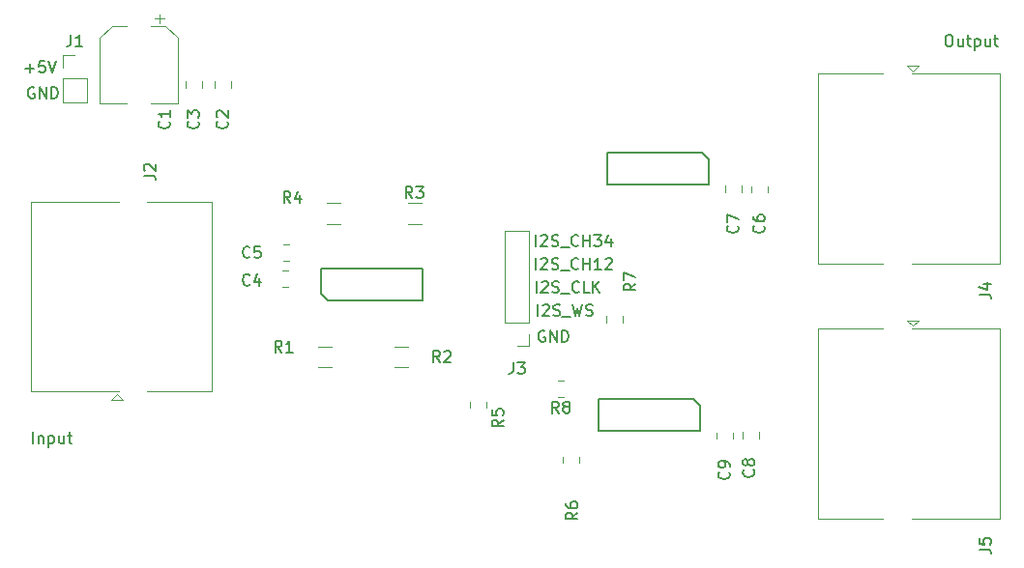
<source format=gbr>
%TF.GenerationSoftware,KiCad,Pcbnew,(5.1.2)-1*%
%TF.CreationDate,2019-06-16T17:14:39+02:00*%
%TF.ProjectId,i2s_rxtx,6932735f-7278-4747-982e-6b696361645f,rev?*%
%TF.SameCoordinates,Original*%
%TF.FileFunction,Legend,Top*%
%TF.FilePolarity,Positive*%
%FSLAX46Y46*%
G04 Gerber Fmt 4.6, Leading zero omitted, Abs format (unit mm)*
G04 Created by KiCad (PCBNEW (5.1.2)-1) date 2019-06-16 17:14:39*
%MOMM*%
%LPD*%
G04 APERTURE LIST*
%ADD10C,0.150000*%
%ADD11C,0.120000*%
G04 APERTURE END LIST*
D10*
X127008190Y-43394380D02*
X127198666Y-43394380D01*
X127293904Y-43442000D01*
X127389142Y-43537238D01*
X127436761Y-43727714D01*
X127436761Y-44061047D01*
X127389142Y-44251523D01*
X127293904Y-44346761D01*
X127198666Y-44394380D01*
X127008190Y-44394380D01*
X126912952Y-44346761D01*
X126817714Y-44251523D01*
X126770095Y-44061047D01*
X126770095Y-43727714D01*
X126817714Y-43537238D01*
X126912952Y-43442000D01*
X127008190Y-43394380D01*
X128293904Y-43727714D02*
X128293904Y-44394380D01*
X127865333Y-43727714D02*
X127865333Y-44251523D01*
X127912952Y-44346761D01*
X128008190Y-44394380D01*
X128151047Y-44394380D01*
X128246285Y-44346761D01*
X128293904Y-44299142D01*
X128627238Y-43727714D02*
X129008190Y-43727714D01*
X128770095Y-43394380D02*
X128770095Y-44251523D01*
X128817714Y-44346761D01*
X128912952Y-44394380D01*
X129008190Y-44394380D01*
X129341523Y-43727714D02*
X129341523Y-44727714D01*
X129341523Y-43775333D02*
X129436761Y-43727714D01*
X129627238Y-43727714D01*
X129722476Y-43775333D01*
X129770095Y-43822952D01*
X129817714Y-43918190D01*
X129817714Y-44203904D01*
X129770095Y-44299142D01*
X129722476Y-44346761D01*
X129627238Y-44394380D01*
X129436761Y-44394380D01*
X129341523Y-44346761D01*
X130674857Y-43727714D02*
X130674857Y-44394380D01*
X130246285Y-43727714D02*
X130246285Y-44251523D01*
X130293904Y-44346761D01*
X130389142Y-44394380D01*
X130532000Y-44394380D01*
X130627238Y-44346761D01*
X130674857Y-44299142D01*
X131008190Y-43727714D02*
X131389142Y-43727714D01*
X131151047Y-43394380D02*
X131151047Y-44251523D01*
X131198666Y-44346761D01*
X131293904Y-44394380D01*
X131389142Y-44394380D01*
X46871142Y-79192380D02*
X46871142Y-78192380D01*
X47347333Y-78525714D02*
X47347333Y-79192380D01*
X47347333Y-78620952D02*
X47394952Y-78573333D01*
X47490190Y-78525714D01*
X47633047Y-78525714D01*
X47728285Y-78573333D01*
X47775904Y-78668571D01*
X47775904Y-79192380D01*
X48252095Y-78525714D02*
X48252095Y-79525714D01*
X48252095Y-78573333D02*
X48347333Y-78525714D01*
X48537809Y-78525714D01*
X48633047Y-78573333D01*
X48680666Y-78620952D01*
X48728285Y-78716190D01*
X48728285Y-79001904D01*
X48680666Y-79097142D01*
X48633047Y-79144761D01*
X48537809Y-79192380D01*
X48347333Y-79192380D01*
X48252095Y-79144761D01*
X49585428Y-78525714D02*
X49585428Y-79192380D01*
X49156857Y-78525714D02*
X49156857Y-79049523D01*
X49204476Y-79144761D01*
X49299714Y-79192380D01*
X49442571Y-79192380D01*
X49537809Y-79144761D01*
X49585428Y-79097142D01*
X49918761Y-78525714D02*
X50299714Y-78525714D01*
X50061619Y-78192380D02*
X50061619Y-79049523D01*
X50109238Y-79144761D01*
X50204476Y-79192380D01*
X50299714Y-79192380D01*
X90924476Y-61920380D02*
X90924476Y-60920380D01*
X91353047Y-61015619D02*
X91400666Y-60968000D01*
X91495904Y-60920380D01*
X91734000Y-60920380D01*
X91829238Y-60968000D01*
X91876857Y-61015619D01*
X91924476Y-61110857D01*
X91924476Y-61206095D01*
X91876857Y-61348952D01*
X91305428Y-61920380D01*
X91924476Y-61920380D01*
X92305428Y-61872761D02*
X92448285Y-61920380D01*
X92686380Y-61920380D01*
X92781619Y-61872761D01*
X92829238Y-61825142D01*
X92876857Y-61729904D01*
X92876857Y-61634666D01*
X92829238Y-61539428D01*
X92781619Y-61491809D01*
X92686380Y-61444190D01*
X92495904Y-61396571D01*
X92400666Y-61348952D01*
X92353047Y-61301333D01*
X92305428Y-61206095D01*
X92305428Y-61110857D01*
X92353047Y-61015619D01*
X92400666Y-60968000D01*
X92495904Y-60920380D01*
X92734000Y-60920380D01*
X92876857Y-60968000D01*
X93067333Y-62015619D02*
X93829238Y-62015619D01*
X94638761Y-61825142D02*
X94591142Y-61872761D01*
X94448285Y-61920380D01*
X94353047Y-61920380D01*
X94210190Y-61872761D01*
X94114952Y-61777523D01*
X94067333Y-61682285D01*
X94019714Y-61491809D01*
X94019714Y-61348952D01*
X94067333Y-61158476D01*
X94114952Y-61063238D01*
X94210190Y-60968000D01*
X94353047Y-60920380D01*
X94448285Y-60920380D01*
X94591142Y-60968000D01*
X94638761Y-61015619D01*
X95067333Y-61920380D02*
X95067333Y-60920380D01*
X95067333Y-61396571D02*
X95638761Y-61396571D01*
X95638761Y-61920380D02*
X95638761Y-60920380D01*
X96019714Y-60920380D02*
X96638761Y-60920380D01*
X96305428Y-61301333D01*
X96448285Y-61301333D01*
X96543523Y-61348952D01*
X96591142Y-61396571D01*
X96638761Y-61491809D01*
X96638761Y-61729904D01*
X96591142Y-61825142D01*
X96543523Y-61872761D01*
X96448285Y-61920380D01*
X96162571Y-61920380D01*
X96067333Y-61872761D01*
X96019714Y-61825142D01*
X97495904Y-61253714D02*
X97495904Y-61920380D01*
X97257809Y-60872761D02*
X97019714Y-61587047D01*
X97638761Y-61587047D01*
X90924476Y-63952380D02*
X90924476Y-62952380D01*
X91353047Y-63047619D02*
X91400666Y-63000000D01*
X91495904Y-62952380D01*
X91734000Y-62952380D01*
X91829238Y-63000000D01*
X91876857Y-63047619D01*
X91924476Y-63142857D01*
X91924476Y-63238095D01*
X91876857Y-63380952D01*
X91305428Y-63952380D01*
X91924476Y-63952380D01*
X92305428Y-63904761D02*
X92448285Y-63952380D01*
X92686380Y-63952380D01*
X92781619Y-63904761D01*
X92829238Y-63857142D01*
X92876857Y-63761904D01*
X92876857Y-63666666D01*
X92829238Y-63571428D01*
X92781619Y-63523809D01*
X92686380Y-63476190D01*
X92495904Y-63428571D01*
X92400666Y-63380952D01*
X92353047Y-63333333D01*
X92305428Y-63238095D01*
X92305428Y-63142857D01*
X92353047Y-63047619D01*
X92400666Y-63000000D01*
X92495904Y-62952380D01*
X92734000Y-62952380D01*
X92876857Y-63000000D01*
X93067333Y-64047619D02*
X93829238Y-64047619D01*
X94638761Y-63857142D02*
X94591142Y-63904761D01*
X94448285Y-63952380D01*
X94353047Y-63952380D01*
X94210190Y-63904761D01*
X94114952Y-63809523D01*
X94067333Y-63714285D01*
X94019714Y-63523809D01*
X94019714Y-63380952D01*
X94067333Y-63190476D01*
X94114952Y-63095238D01*
X94210190Y-63000000D01*
X94353047Y-62952380D01*
X94448285Y-62952380D01*
X94591142Y-63000000D01*
X94638761Y-63047619D01*
X95067333Y-63952380D02*
X95067333Y-62952380D01*
X95067333Y-63428571D02*
X95638761Y-63428571D01*
X95638761Y-63952380D02*
X95638761Y-62952380D01*
X96638761Y-63952380D02*
X96067333Y-63952380D01*
X96353047Y-63952380D02*
X96353047Y-62952380D01*
X96257809Y-63095238D01*
X96162571Y-63190476D01*
X96067333Y-63238095D01*
X97019714Y-63047619D02*
X97067333Y-63000000D01*
X97162571Y-62952380D01*
X97400666Y-62952380D01*
X97495904Y-63000000D01*
X97543523Y-63047619D01*
X97591142Y-63142857D01*
X97591142Y-63238095D01*
X97543523Y-63380952D01*
X96972095Y-63952380D01*
X97591142Y-63952380D01*
X90987904Y-65984380D02*
X90987904Y-64984380D01*
X91416476Y-65079619D02*
X91464095Y-65032000D01*
X91559333Y-64984380D01*
X91797428Y-64984380D01*
X91892666Y-65032000D01*
X91940285Y-65079619D01*
X91987904Y-65174857D01*
X91987904Y-65270095D01*
X91940285Y-65412952D01*
X91368857Y-65984380D01*
X91987904Y-65984380D01*
X92368857Y-65936761D02*
X92511714Y-65984380D01*
X92749809Y-65984380D01*
X92845047Y-65936761D01*
X92892666Y-65889142D01*
X92940285Y-65793904D01*
X92940285Y-65698666D01*
X92892666Y-65603428D01*
X92845047Y-65555809D01*
X92749809Y-65508190D01*
X92559333Y-65460571D01*
X92464095Y-65412952D01*
X92416476Y-65365333D01*
X92368857Y-65270095D01*
X92368857Y-65174857D01*
X92416476Y-65079619D01*
X92464095Y-65032000D01*
X92559333Y-64984380D01*
X92797428Y-64984380D01*
X92940285Y-65032000D01*
X93130761Y-66079619D02*
X93892666Y-66079619D01*
X94702190Y-65889142D02*
X94654571Y-65936761D01*
X94511714Y-65984380D01*
X94416476Y-65984380D01*
X94273619Y-65936761D01*
X94178380Y-65841523D01*
X94130761Y-65746285D01*
X94083142Y-65555809D01*
X94083142Y-65412952D01*
X94130761Y-65222476D01*
X94178380Y-65127238D01*
X94273619Y-65032000D01*
X94416476Y-64984380D01*
X94511714Y-64984380D01*
X94654571Y-65032000D01*
X94702190Y-65079619D01*
X95606952Y-65984380D02*
X95130761Y-65984380D01*
X95130761Y-64984380D01*
X95940285Y-65984380D02*
X95940285Y-64984380D01*
X96511714Y-65984380D02*
X96083142Y-65412952D01*
X96511714Y-64984380D02*
X95940285Y-65555809D01*
X91091047Y-68016380D02*
X91091047Y-67016380D01*
X91519619Y-67111619D02*
X91567238Y-67064000D01*
X91662476Y-67016380D01*
X91900571Y-67016380D01*
X91995809Y-67064000D01*
X92043428Y-67111619D01*
X92091047Y-67206857D01*
X92091047Y-67302095D01*
X92043428Y-67444952D01*
X91472000Y-68016380D01*
X92091047Y-68016380D01*
X92472000Y-67968761D02*
X92614857Y-68016380D01*
X92852952Y-68016380D01*
X92948190Y-67968761D01*
X92995809Y-67921142D01*
X93043428Y-67825904D01*
X93043428Y-67730666D01*
X92995809Y-67635428D01*
X92948190Y-67587809D01*
X92852952Y-67540190D01*
X92662476Y-67492571D01*
X92567238Y-67444952D01*
X92519619Y-67397333D01*
X92472000Y-67302095D01*
X92472000Y-67206857D01*
X92519619Y-67111619D01*
X92567238Y-67064000D01*
X92662476Y-67016380D01*
X92900571Y-67016380D01*
X93043428Y-67064000D01*
X93233904Y-68111619D02*
X93995809Y-68111619D01*
X94138666Y-67016380D02*
X94376761Y-68016380D01*
X94567238Y-67302095D01*
X94757714Y-68016380D01*
X94995809Y-67016380D01*
X95329142Y-67968761D02*
X95472000Y-68016380D01*
X95710095Y-68016380D01*
X95805333Y-67968761D01*
X95852952Y-67921142D01*
X95900571Y-67825904D01*
X95900571Y-67730666D01*
X95852952Y-67635428D01*
X95805333Y-67587809D01*
X95710095Y-67540190D01*
X95519619Y-67492571D01*
X95424380Y-67444952D01*
X95376761Y-67397333D01*
X95329142Y-67302095D01*
X95329142Y-67206857D01*
X95376761Y-67111619D01*
X95424380Y-67064000D01*
X95519619Y-67016380D01*
X95757714Y-67016380D01*
X95900571Y-67064000D01*
X91694095Y-69350000D02*
X91598857Y-69302380D01*
X91456000Y-69302380D01*
X91313142Y-69350000D01*
X91217904Y-69445238D01*
X91170285Y-69540476D01*
X91122666Y-69730952D01*
X91122666Y-69873809D01*
X91170285Y-70064285D01*
X91217904Y-70159523D01*
X91313142Y-70254761D01*
X91456000Y-70302380D01*
X91551238Y-70302380D01*
X91694095Y-70254761D01*
X91741714Y-70207142D01*
X91741714Y-69873809D01*
X91551238Y-69873809D01*
X92170285Y-70302380D02*
X92170285Y-69302380D01*
X92741714Y-70302380D01*
X92741714Y-69302380D01*
X93217904Y-70302380D02*
X93217904Y-69302380D01*
X93456000Y-69302380D01*
X93598857Y-69350000D01*
X93694095Y-69445238D01*
X93741714Y-69540476D01*
X93789333Y-69730952D01*
X93789333Y-69873809D01*
X93741714Y-70064285D01*
X93694095Y-70159523D01*
X93598857Y-70254761D01*
X93456000Y-70302380D01*
X93217904Y-70302380D01*
X46990095Y-48014000D02*
X46894857Y-47966380D01*
X46752000Y-47966380D01*
X46609142Y-48014000D01*
X46513904Y-48109238D01*
X46466285Y-48204476D01*
X46418666Y-48394952D01*
X46418666Y-48537809D01*
X46466285Y-48728285D01*
X46513904Y-48823523D01*
X46609142Y-48918761D01*
X46752000Y-48966380D01*
X46847238Y-48966380D01*
X46990095Y-48918761D01*
X47037714Y-48871142D01*
X47037714Y-48537809D01*
X46847238Y-48537809D01*
X47466285Y-48966380D02*
X47466285Y-47966380D01*
X48037714Y-48966380D01*
X48037714Y-47966380D01*
X48513904Y-48966380D02*
X48513904Y-47966380D01*
X48752000Y-47966380D01*
X48894857Y-48014000D01*
X48990095Y-48109238D01*
X49037714Y-48204476D01*
X49085333Y-48394952D01*
X49085333Y-48537809D01*
X49037714Y-48728285D01*
X48990095Y-48823523D01*
X48894857Y-48918761D01*
X48752000Y-48966380D01*
X48513904Y-48966380D01*
X46212285Y-46299428D02*
X46974190Y-46299428D01*
X46593238Y-46680380D02*
X46593238Y-45918476D01*
X47926571Y-45680380D02*
X47450380Y-45680380D01*
X47402761Y-46156571D01*
X47450380Y-46108952D01*
X47545619Y-46061333D01*
X47783714Y-46061333D01*
X47878952Y-46108952D01*
X47926571Y-46156571D01*
X47974190Y-46251809D01*
X47974190Y-46489904D01*
X47926571Y-46585142D01*
X47878952Y-46632761D01*
X47783714Y-46680380D01*
X47545619Y-46680380D01*
X47450380Y-46632761D01*
X47402761Y-46585142D01*
X48259904Y-45680380D02*
X48593238Y-46680380D01*
X48926571Y-45680380D01*
X106045000Y-54293000D02*
X106045000Y-56543000D01*
X106045000Y-56543000D02*
X97155000Y-56543000D01*
X97155000Y-56543000D02*
X97155000Y-53693000D01*
X97155000Y-53693000D02*
X105445000Y-53693000D01*
X105445000Y-53693000D02*
X106045000Y-54293000D01*
D11*
X62790000Y-47481748D02*
X62790000Y-48004252D01*
X64210000Y-47481748D02*
X64210000Y-48004252D01*
X61670000Y-47481748D02*
X61670000Y-48004252D01*
X60250000Y-47481748D02*
X60250000Y-48004252D01*
X69231252Y-65480000D02*
X68708748Y-65480000D01*
X69231252Y-64060000D02*
X68708748Y-64060000D01*
X69340252Y-61774000D02*
X68817748Y-61774000D01*
X69340252Y-63194000D02*
X68817748Y-63194000D01*
X111200000Y-57166252D02*
X111200000Y-56643748D01*
X109780000Y-57166252D02*
X109780000Y-56643748D01*
X107494000Y-57148252D02*
X107494000Y-56625748D01*
X108914000Y-57148252D02*
X108914000Y-56625748D01*
D10*
X72736000Y-66703000D02*
X72136000Y-66103000D01*
X81026000Y-66703000D02*
X72736000Y-66703000D01*
X81026000Y-63853000D02*
X81026000Y-66703000D01*
X72136000Y-63853000D02*
X81026000Y-63853000D01*
X72136000Y-66103000D02*
X72136000Y-63853000D01*
D11*
X49486000Y-49288000D02*
X51606000Y-49288000D01*
X49486000Y-47228000D02*
X49486000Y-49288000D01*
X51606000Y-47228000D02*
X51606000Y-49288000D01*
X49486000Y-47228000D02*
X51606000Y-47228000D01*
X49486000Y-46228000D02*
X49486000Y-45168000D01*
X49486000Y-45168000D02*
X50546000Y-45168000D01*
X46672000Y-74624000D02*
X46672000Y-57984000D01*
X46672000Y-74624000D02*
X54377000Y-74624000D01*
X46672000Y-57984000D02*
X54377000Y-57984000D01*
X62552000Y-74624000D02*
X62552000Y-57984000D01*
X62552000Y-74624000D02*
X56877000Y-74624000D01*
X62552000Y-57984000D02*
X56877000Y-57984000D01*
X54237000Y-74864000D02*
X54737000Y-75364000D01*
X54737000Y-75364000D02*
X53737000Y-75364000D01*
X53737000Y-75364000D02*
X54237000Y-74864000D01*
X90341000Y-60536000D02*
X88221000Y-60536000D01*
X90341000Y-68596000D02*
X90341000Y-60536000D01*
X88221000Y-68596000D02*
X88221000Y-60536000D01*
X90341000Y-68596000D02*
X88221000Y-68596000D01*
X90341000Y-69596000D02*
X90341000Y-70656000D01*
X90341000Y-70656000D02*
X89281000Y-70656000D01*
X124444000Y-46062000D02*
X123944000Y-46562000D01*
X123444000Y-46062000D02*
X124444000Y-46062000D01*
X123944000Y-46562000D02*
X123444000Y-46062000D01*
X115629000Y-63442000D02*
X121304000Y-63442000D01*
X115629000Y-46802000D02*
X121304000Y-46802000D01*
X115629000Y-46802000D02*
X115629000Y-63442000D01*
X131509000Y-63442000D02*
X123804000Y-63442000D01*
X131509000Y-46802000D02*
X123804000Y-46802000D01*
X131509000Y-46802000D02*
X131509000Y-63442000D01*
X73028564Y-70718000D02*
X71824436Y-70718000D01*
X73028564Y-72538000D02*
X71824436Y-72538000D01*
X78555436Y-70718000D02*
X79759564Y-70718000D01*
X78555436Y-72538000D02*
X79759564Y-72538000D01*
X79698436Y-59965000D02*
X80902564Y-59965000D01*
X79698436Y-58145000D02*
X80902564Y-58145000D01*
X73844564Y-59965000D02*
X72640436Y-59965000D01*
X73844564Y-58145000D02*
X72640436Y-58145000D01*
X52724000Y-49417000D02*
X55074000Y-49417000D01*
X59544000Y-49417000D02*
X57194000Y-49417000D01*
X59544000Y-43661437D02*
X59544000Y-49417000D01*
X52724000Y-43661437D02*
X52724000Y-49417000D01*
X53788437Y-42597000D02*
X55074000Y-42597000D01*
X58479563Y-42597000D02*
X57194000Y-42597000D01*
X58479563Y-42597000D02*
X59544000Y-43661437D01*
X53788437Y-42597000D02*
X52724000Y-43661437D01*
X57981500Y-41569500D02*
X57981500Y-42357000D01*
X58375250Y-41963250D02*
X57587750Y-41963250D01*
X110438000Y-78738252D02*
X110438000Y-78215748D01*
X109018000Y-78738252D02*
X109018000Y-78215748D01*
X106732000Y-78747252D02*
X106732000Y-78224748D01*
X108152000Y-78747252D02*
X108152000Y-78224748D01*
D10*
X105283000Y-75883000D02*
X105283000Y-78133000D01*
X105283000Y-78133000D02*
X96393000Y-78133000D01*
X96393000Y-78133000D02*
X96393000Y-75283000D01*
X96393000Y-75283000D02*
X104683000Y-75283000D01*
X104683000Y-75283000D02*
X105283000Y-75883000D01*
D11*
X131509000Y-69140000D02*
X131509000Y-85780000D01*
X131509000Y-69140000D02*
X123804000Y-69140000D01*
X131509000Y-85780000D02*
X123804000Y-85780000D01*
X115629000Y-69140000D02*
X115629000Y-85780000D01*
X115629000Y-69140000D02*
X121304000Y-69140000D01*
X115629000Y-85780000D02*
X121304000Y-85780000D01*
X123944000Y-68900000D02*
X123444000Y-68400000D01*
X123444000Y-68400000D02*
X124444000Y-68400000D01*
X124444000Y-68400000D02*
X123944000Y-68900000D01*
X85142000Y-75557748D02*
X85142000Y-76080252D01*
X86562000Y-75557748D02*
X86562000Y-76080252D01*
X94690000Y-80374748D02*
X94690000Y-80897252D01*
X93270000Y-80374748D02*
X93270000Y-80897252D01*
X98500000Y-68578252D02*
X98500000Y-68055748D01*
X97080000Y-68578252D02*
X97080000Y-68055748D01*
X93361252Y-75132000D02*
X92838748Y-75132000D01*
X93361252Y-73712000D02*
X92838748Y-73712000D01*
D10*
X63857142Y-50966666D02*
X63904761Y-51014285D01*
X63952380Y-51157142D01*
X63952380Y-51252380D01*
X63904761Y-51395238D01*
X63809523Y-51490476D01*
X63714285Y-51538095D01*
X63523809Y-51585714D01*
X63380952Y-51585714D01*
X63190476Y-51538095D01*
X63095238Y-51490476D01*
X63000000Y-51395238D01*
X62952380Y-51252380D01*
X62952380Y-51157142D01*
X63000000Y-51014285D01*
X63047619Y-50966666D01*
X63047619Y-50585714D02*
X63000000Y-50538095D01*
X62952380Y-50442857D01*
X62952380Y-50204761D01*
X63000000Y-50109523D01*
X63047619Y-50061904D01*
X63142857Y-50014285D01*
X63238095Y-50014285D01*
X63380952Y-50061904D01*
X63952380Y-50633333D01*
X63952380Y-50014285D01*
X61317142Y-50966666D02*
X61364761Y-51014285D01*
X61412380Y-51157142D01*
X61412380Y-51252380D01*
X61364761Y-51395238D01*
X61269523Y-51490476D01*
X61174285Y-51538095D01*
X60983809Y-51585714D01*
X60840952Y-51585714D01*
X60650476Y-51538095D01*
X60555238Y-51490476D01*
X60460000Y-51395238D01*
X60412380Y-51252380D01*
X60412380Y-51157142D01*
X60460000Y-51014285D01*
X60507619Y-50966666D01*
X60412380Y-50633333D02*
X60412380Y-50014285D01*
X60793333Y-50347619D01*
X60793333Y-50204761D01*
X60840952Y-50109523D01*
X60888571Y-50061904D01*
X60983809Y-50014285D01*
X61221904Y-50014285D01*
X61317142Y-50061904D01*
X61364761Y-50109523D01*
X61412380Y-50204761D01*
X61412380Y-50490476D01*
X61364761Y-50585714D01*
X61317142Y-50633333D01*
X65873333Y-65254142D02*
X65825714Y-65301761D01*
X65682857Y-65349380D01*
X65587619Y-65349380D01*
X65444761Y-65301761D01*
X65349523Y-65206523D01*
X65301904Y-65111285D01*
X65254285Y-64920809D01*
X65254285Y-64777952D01*
X65301904Y-64587476D01*
X65349523Y-64492238D01*
X65444761Y-64397000D01*
X65587619Y-64349380D01*
X65682857Y-64349380D01*
X65825714Y-64397000D01*
X65873333Y-64444619D01*
X66730476Y-64682714D02*
X66730476Y-65349380D01*
X66492380Y-64301761D02*
X66254285Y-65016047D01*
X66873333Y-65016047D01*
X65873333Y-62841142D02*
X65825714Y-62888761D01*
X65682857Y-62936380D01*
X65587619Y-62936380D01*
X65444761Y-62888761D01*
X65349523Y-62793523D01*
X65301904Y-62698285D01*
X65254285Y-62507809D01*
X65254285Y-62364952D01*
X65301904Y-62174476D01*
X65349523Y-62079238D01*
X65444761Y-61984000D01*
X65587619Y-61936380D01*
X65682857Y-61936380D01*
X65825714Y-61984000D01*
X65873333Y-62031619D01*
X66778095Y-61936380D02*
X66301904Y-61936380D01*
X66254285Y-62412571D01*
X66301904Y-62364952D01*
X66397142Y-62317333D01*
X66635238Y-62317333D01*
X66730476Y-62364952D01*
X66778095Y-62412571D01*
X66825714Y-62507809D01*
X66825714Y-62745904D01*
X66778095Y-62841142D01*
X66730476Y-62888761D01*
X66635238Y-62936380D01*
X66397142Y-62936380D01*
X66301904Y-62888761D01*
X66254285Y-62841142D01*
X110847142Y-60110666D02*
X110894761Y-60158285D01*
X110942380Y-60301142D01*
X110942380Y-60396380D01*
X110894761Y-60539238D01*
X110799523Y-60634476D01*
X110704285Y-60682095D01*
X110513809Y-60729714D01*
X110370952Y-60729714D01*
X110180476Y-60682095D01*
X110085238Y-60634476D01*
X109990000Y-60539238D01*
X109942380Y-60396380D01*
X109942380Y-60301142D01*
X109990000Y-60158285D01*
X110037619Y-60110666D01*
X109942380Y-59253523D02*
X109942380Y-59444000D01*
X109990000Y-59539238D01*
X110037619Y-59586857D01*
X110180476Y-59682095D01*
X110370952Y-59729714D01*
X110751904Y-59729714D01*
X110847142Y-59682095D01*
X110894761Y-59634476D01*
X110942380Y-59539238D01*
X110942380Y-59348761D01*
X110894761Y-59253523D01*
X110847142Y-59205904D01*
X110751904Y-59158285D01*
X110513809Y-59158285D01*
X110418571Y-59205904D01*
X110370952Y-59253523D01*
X110323333Y-59348761D01*
X110323333Y-59539238D01*
X110370952Y-59634476D01*
X110418571Y-59682095D01*
X110513809Y-59729714D01*
X108561142Y-60101666D02*
X108608761Y-60149285D01*
X108656380Y-60292142D01*
X108656380Y-60387380D01*
X108608761Y-60530238D01*
X108513523Y-60625476D01*
X108418285Y-60673095D01*
X108227809Y-60720714D01*
X108084952Y-60720714D01*
X107894476Y-60673095D01*
X107799238Y-60625476D01*
X107704000Y-60530238D01*
X107656380Y-60387380D01*
X107656380Y-60292142D01*
X107704000Y-60149285D01*
X107751619Y-60101666D01*
X107656380Y-59768333D02*
X107656380Y-59101666D01*
X108656380Y-59530238D01*
X50212666Y-43362380D02*
X50212666Y-44076666D01*
X50165047Y-44219523D01*
X50069809Y-44314761D01*
X49926952Y-44362380D01*
X49831714Y-44362380D01*
X51212666Y-44362380D02*
X50641238Y-44362380D01*
X50926952Y-44362380D02*
X50926952Y-43362380D01*
X50831714Y-43505238D01*
X50736476Y-43600476D01*
X50641238Y-43648095D01*
X56602380Y-55705333D02*
X57316666Y-55705333D01*
X57459523Y-55752952D01*
X57554761Y-55848190D01*
X57602380Y-55991047D01*
X57602380Y-56086285D01*
X56697619Y-55276761D02*
X56650000Y-55229142D01*
X56602380Y-55133904D01*
X56602380Y-54895809D01*
X56650000Y-54800571D01*
X56697619Y-54752952D01*
X56792857Y-54705333D01*
X56888095Y-54705333D01*
X57030952Y-54752952D01*
X57602380Y-55324380D01*
X57602380Y-54705333D01*
X88947666Y-72096380D02*
X88947666Y-72810666D01*
X88900047Y-72953523D01*
X88804809Y-73048761D01*
X88661952Y-73096380D01*
X88566714Y-73096380D01*
X89328619Y-72096380D02*
X89947666Y-72096380D01*
X89614333Y-72477333D01*
X89757190Y-72477333D01*
X89852428Y-72524952D01*
X89900047Y-72572571D01*
X89947666Y-72667809D01*
X89947666Y-72905904D01*
X89900047Y-73001142D01*
X89852428Y-73048761D01*
X89757190Y-73096380D01*
X89471476Y-73096380D01*
X89376238Y-73048761D01*
X89328619Y-73001142D01*
X129754380Y-66119333D02*
X130468666Y-66119333D01*
X130611523Y-66166952D01*
X130706761Y-66262190D01*
X130754380Y-66405047D01*
X130754380Y-66500285D01*
X130087714Y-65214571D02*
X130754380Y-65214571D01*
X129706761Y-65452666D02*
X130421047Y-65690761D01*
X130421047Y-65071714D01*
X68667333Y-71191380D02*
X68334000Y-70715190D01*
X68095904Y-71191380D02*
X68095904Y-70191380D01*
X68476857Y-70191380D01*
X68572095Y-70239000D01*
X68619714Y-70286619D01*
X68667333Y-70381857D01*
X68667333Y-70524714D01*
X68619714Y-70619952D01*
X68572095Y-70667571D01*
X68476857Y-70715190D01*
X68095904Y-70715190D01*
X69619714Y-71191380D02*
X69048285Y-71191380D01*
X69334000Y-71191380D02*
X69334000Y-70191380D01*
X69238761Y-70334238D01*
X69143523Y-70429476D01*
X69048285Y-70477095D01*
X82510333Y-72080380D02*
X82177000Y-71604190D01*
X81938904Y-72080380D02*
X81938904Y-71080380D01*
X82319857Y-71080380D01*
X82415095Y-71128000D01*
X82462714Y-71175619D01*
X82510333Y-71270857D01*
X82510333Y-71413714D01*
X82462714Y-71508952D01*
X82415095Y-71556571D01*
X82319857Y-71604190D01*
X81938904Y-71604190D01*
X82891285Y-71175619D02*
X82938904Y-71128000D01*
X83034142Y-71080380D01*
X83272238Y-71080380D01*
X83367476Y-71128000D01*
X83415095Y-71175619D01*
X83462714Y-71270857D01*
X83462714Y-71366095D01*
X83415095Y-71508952D01*
X82843666Y-72080380D01*
X83462714Y-72080380D01*
X80097333Y-57687380D02*
X79764000Y-57211190D01*
X79525904Y-57687380D02*
X79525904Y-56687380D01*
X79906857Y-56687380D01*
X80002095Y-56735000D01*
X80049714Y-56782619D01*
X80097333Y-56877857D01*
X80097333Y-57020714D01*
X80049714Y-57115952D01*
X80002095Y-57163571D01*
X79906857Y-57211190D01*
X79525904Y-57211190D01*
X80430666Y-56687380D02*
X81049714Y-56687380D01*
X80716380Y-57068333D01*
X80859238Y-57068333D01*
X80954476Y-57115952D01*
X81002095Y-57163571D01*
X81049714Y-57258809D01*
X81049714Y-57496904D01*
X81002095Y-57592142D01*
X80954476Y-57639761D01*
X80859238Y-57687380D01*
X80573523Y-57687380D01*
X80478285Y-57639761D01*
X80430666Y-57592142D01*
X69429333Y-58110380D02*
X69096000Y-57634190D01*
X68857904Y-58110380D02*
X68857904Y-57110380D01*
X69238857Y-57110380D01*
X69334095Y-57158000D01*
X69381714Y-57205619D01*
X69429333Y-57300857D01*
X69429333Y-57443714D01*
X69381714Y-57538952D01*
X69334095Y-57586571D01*
X69238857Y-57634190D01*
X68857904Y-57634190D01*
X70286476Y-57443714D02*
X70286476Y-58110380D01*
X70048380Y-57062761D02*
X69810285Y-57777047D01*
X70429333Y-57777047D01*
X58777142Y-50966666D02*
X58824761Y-51014285D01*
X58872380Y-51157142D01*
X58872380Y-51252380D01*
X58824761Y-51395238D01*
X58729523Y-51490476D01*
X58634285Y-51538095D01*
X58443809Y-51585714D01*
X58300952Y-51585714D01*
X58110476Y-51538095D01*
X58015238Y-51490476D01*
X57920000Y-51395238D01*
X57872380Y-51252380D01*
X57872380Y-51157142D01*
X57920000Y-51014285D01*
X57967619Y-50966666D01*
X58872380Y-50014285D02*
X58872380Y-50585714D01*
X58872380Y-50300000D02*
X57872380Y-50300000D01*
X58015238Y-50395238D01*
X58110476Y-50490476D01*
X58158095Y-50585714D01*
X109958142Y-81510166D02*
X110005761Y-81557785D01*
X110053380Y-81700642D01*
X110053380Y-81795880D01*
X110005761Y-81938738D01*
X109910523Y-82033976D01*
X109815285Y-82081595D01*
X109624809Y-82129214D01*
X109481952Y-82129214D01*
X109291476Y-82081595D01*
X109196238Y-82033976D01*
X109101000Y-81938738D01*
X109053380Y-81795880D01*
X109053380Y-81700642D01*
X109101000Y-81557785D01*
X109148619Y-81510166D01*
X109481952Y-80938738D02*
X109434333Y-81033976D01*
X109386714Y-81081595D01*
X109291476Y-81129214D01*
X109243857Y-81129214D01*
X109148619Y-81081595D01*
X109101000Y-81033976D01*
X109053380Y-80938738D01*
X109053380Y-80748261D01*
X109101000Y-80653023D01*
X109148619Y-80605404D01*
X109243857Y-80557785D01*
X109291476Y-80557785D01*
X109386714Y-80605404D01*
X109434333Y-80653023D01*
X109481952Y-80748261D01*
X109481952Y-80938738D01*
X109529571Y-81033976D01*
X109577190Y-81081595D01*
X109672428Y-81129214D01*
X109862904Y-81129214D01*
X109958142Y-81081595D01*
X110005761Y-81033976D01*
X110053380Y-80938738D01*
X110053380Y-80748261D01*
X110005761Y-80653023D01*
X109958142Y-80605404D01*
X109862904Y-80557785D01*
X109672428Y-80557785D01*
X109577190Y-80605404D01*
X109529571Y-80653023D01*
X109481952Y-80748261D01*
X107799142Y-81691666D02*
X107846761Y-81739285D01*
X107894380Y-81882142D01*
X107894380Y-81977380D01*
X107846761Y-82120238D01*
X107751523Y-82215476D01*
X107656285Y-82263095D01*
X107465809Y-82310714D01*
X107322952Y-82310714D01*
X107132476Y-82263095D01*
X107037238Y-82215476D01*
X106942000Y-82120238D01*
X106894380Y-81977380D01*
X106894380Y-81882142D01*
X106942000Y-81739285D01*
X106989619Y-81691666D01*
X107894380Y-81215476D02*
X107894380Y-81025000D01*
X107846761Y-80929761D01*
X107799142Y-80882142D01*
X107656285Y-80786904D01*
X107465809Y-80739285D01*
X107084857Y-80739285D01*
X106989619Y-80786904D01*
X106942000Y-80834523D01*
X106894380Y-80929761D01*
X106894380Y-81120238D01*
X106942000Y-81215476D01*
X106989619Y-81263095D01*
X107084857Y-81310714D01*
X107322952Y-81310714D01*
X107418190Y-81263095D01*
X107465809Y-81215476D01*
X107513428Y-81120238D01*
X107513428Y-80929761D01*
X107465809Y-80834523D01*
X107418190Y-80786904D01*
X107322952Y-80739285D01*
X129754380Y-88471333D02*
X130468666Y-88471333D01*
X130611523Y-88518952D01*
X130706761Y-88614190D01*
X130754380Y-88757047D01*
X130754380Y-88852285D01*
X129754380Y-87518952D02*
X129754380Y-87995142D01*
X130230571Y-88042761D01*
X130182952Y-87995142D01*
X130135333Y-87899904D01*
X130135333Y-87661809D01*
X130182952Y-87566571D01*
X130230571Y-87518952D01*
X130325809Y-87471333D01*
X130563904Y-87471333D01*
X130659142Y-87518952D01*
X130706761Y-87566571D01*
X130754380Y-87661809D01*
X130754380Y-87899904D01*
X130706761Y-87995142D01*
X130659142Y-88042761D01*
X88082380Y-77128666D02*
X87606190Y-77462000D01*
X88082380Y-77700095D02*
X87082380Y-77700095D01*
X87082380Y-77319142D01*
X87130000Y-77223904D01*
X87177619Y-77176285D01*
X87272857Y-77128666D01*
X87415714Y-77128666D01*
X87510952Y-77176285D01*
X87558571Y-77223904D01*
X87606190Y-77319142D01*
X87606190Y-77700095D01*
X87082380Y-76223904D02*
X87082380Y-76700095D01*
X87558571Y-76747714D01*
X87510952Y-76700095D01*
X87463333Y-76604857D01*
X87463333Y-76366761D01*
X87510952Y-76271523D01*
X87558571Y-76223904D01*
X87653809Y-76176285D01*
X87891904Y-76176285D01*
X87987142Y-76223904D01*
X88034761Y-76271523D01*
X88082380Y-76366761D01*
X88082380Y-76604857D01*
X88034761Y-76700095D01*
X87987142Y-76747714D01*
X94559380Y-85256666D02*
X94083190Y-85590000D01*
X94559380Y-85828095D02*
X93559380Y-85828095D01*
X93559380Y-85447142D01*
X93607000Y-85351904D01*
X93654619Y-85304285D01*
X93749857Y-85256666D01*
X93892714Y-85256666D01*
X93987952Y-85304285D01*
X94035571Y-85351904D01*
X94083190Y-85447142D01*
X94083190Y-85828095D01*
X93559380Y-84399523D02*
X93559380Y-84590000D01*
X93607000Y-84685238D01*
X93654619Y-84732857D01*
X93797476Y-84828095D01*
X93987952Y-84875714D01*
X94368904Y-84875714D01*
X94464142Y-84828095D01*
X94511761Y-84780476D01*
X94559380Y-84685238D01*
X94559380Y-84494761D01*
X94511761Y-84399523D01*
X94464142Y-84351904D01*
X94368904Y-84304285D01*
X94130809Y-84304285D01*
X94035571Y-84351904D01*
X93987952Y-84399523D01*
X93940333Y-84494761D01*
X93940333Y-84685238D01*
X93987952Y-84780476D01*
X94035571Y-84828095D01*
X94130809Y-84875714D01*
X99639380Y-65190666D02*
X99163190Y-65524000D01*
X99639380Y-65762095D02*
X98639380Y-65762095D01*
X98639380Y-65381142D01*
X98687000Y-65285904D01*
X98734619Y-65238285D01*
X98829857Y-65190666D01*
X98972714Y-65190666D01*
X99067952Y-65238285D01*
X99115571Y-65285904D01*
X99163190Y-65381142D01*
X99163190Y-65762095D01*
X98639380Y-64857333D02*
X98639380Y-64190666D01*
X99639380Y-64619238D01*
X92933333Y-76524380D02*
X92600000Y-76048190D01*
X92361904Y-76524380D02*
X92361904Y-75524380D01*
X92742857Y-75524380D01*
X92838095Y-75572000D01*
X92885714Y-75619619D01*
X92933333Y-75714857D01*
X92933333Y-75857714D01*
X92885714Y-75952952D01*
X92838095Y-76000571D01*
X92742857Y-76048190D01*
X92361904Y-76048190D01*
X93504761Y-75952952D02*
X93409523Y-75905333D01*
X93361904Y-75857714D01*
X93314285Y-75762476D01*
X93314285Y-75714857D01*
X93361904Y-75619619D01*
X93409523Y-75572000D01*
X93504761Y-75524380D01*
X93695238Y-75524380D01*
X93790476Y-75572000D01*
X93838095Y-75619619D01*
X93885714Y-75714857D01*
X93885714Y-75762476D01*
X93838095Y-75857714D01*
X93790476Y-75905333D01*
X93695238Y-75952952D01*
X93504761Y-75952952D01*
X93409523Y-76000571D01*
X93361904Y-76048190D01*
X93314285Y-76143428D01*
X93314285Y-76333904D01*
X93361904Y-76429142D01*
X93409523Y-76476761D01*
X93504761Y-76524380D01*
X93695238Y-76524380D01*
X93790476Y-76476761D01*
X93838095Y-76429142D01*
X93885714Y-76333904D01*
X93885714Y-76143428D01*
X93838095Y-76048190D01*
X93790476Y-76000571D01*
X93695238Y-75952952D01*
M02*

</source>
